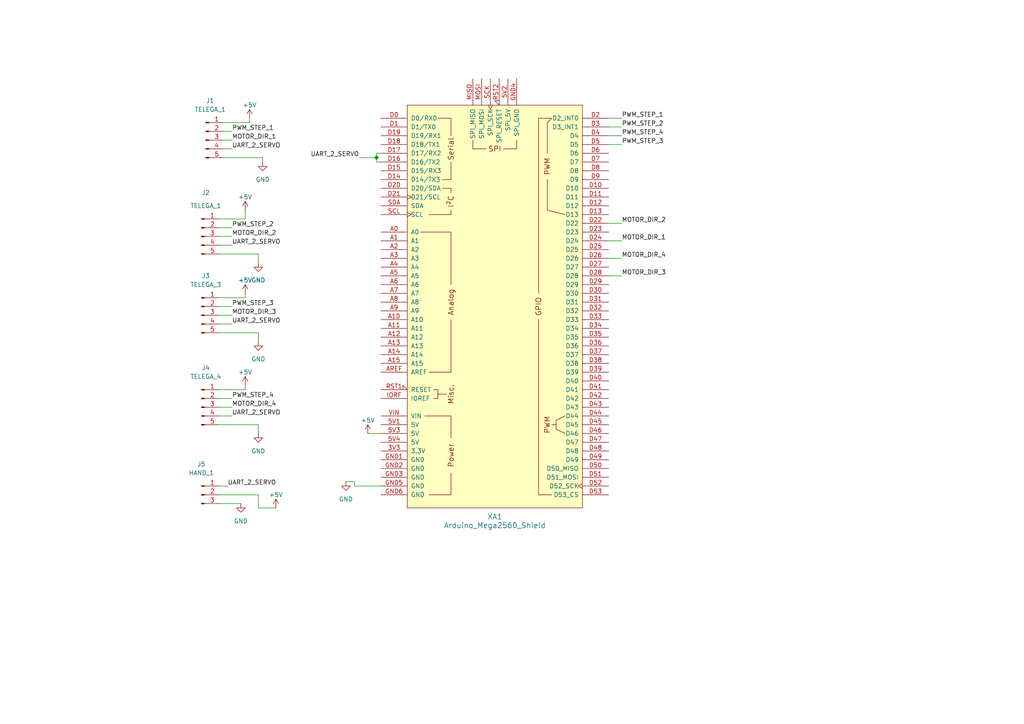
<source format=kicad_sch>
(kicad_sch (version 20230121) (generator eeschema)
  (paper "A4")
  (lib_symbols
    (symbol "Arduino:Arduino_Mega2560_Shield" (pin_names (offset 1.016))
      (property "Reference" "XA" (at 0 -62.23 0))
      (property "Value" "Arduino_Mega2560_Shield" (at 0 -66.04 0))
      (symbol "Arduino_Mega2560_Shield_0_0"
        (rectangle (start -25.4 -58.42) (end 25.4 58.42) (fill (type background)))
        (rectangle (start -20.32 -31.75) (end -12.7 -31.75))
        (rectangle (start -19.05 -54.61) (end -12.7 -54.61))
        (rectangle (start -19.05 -19.05) (end -12.7 -19.05))
        (rectangle (start -19.05 26.67) (end -12.7 26.67))
        (rectangle (start -17.78 -26.67) (end -16.51 -26.67))
        (rectangle (start -17.78 -24.13) (end -16.51 -24.13))
        (rectangle (start -16.51 -25.4) (end -13.97 -25.4))
        (rectangle (start -16.51 -24.13) (end -16.51 -26.67))
        (rectangle (start -16.51 54.61) (end -12.7 54.61))
        (rectangle (start -15.24 34.29) (end -12.7 34.29))
        (rectangle (start -15.24 36.83) (end -12.7 36.83))
        (rectangle (start -12.7 -54.61) (end -12.7 -48.26))
        (rectangle (start -12.7 -31.75) (end -12.7 -38.1))
        (rectangle (start -12.7 26.67) (end -12.7 27.94))
        (rectangle (start -12.7 34.29) (end -12.7 33.02))
        (rectangle (start -12.7 41.91) (end -12.7 36.83))
        (rectangle (start -12.7 49.53) (end -12.7 54.61))
        (rectangle (start -6.35 48.26) (end -6.35 45.72))
        (rectangle (start -2.54 45.72) (end -6.35 45.72))
        (polyline (pts (xy -21.59 21.59) (xy -12.7 21.59)))
        (polyline (pts (xy -12.7 -19.05) (xy -12.7 -3.81)))
        (polyline (pts (xy -12.7 6.35) (xy -12.7 21.59)))
        (polyline (pts (xy 12.7 -54.61) (xy 16.51 -54.61)))
        (polyline (pts (xy 12.7 54.61) (xy 16.51 54.61)))
        (polyline (pts (xy 17.78 -34.29) (xy 16.51 -34.29)))
        (polyline (pts (xy 15.24 36.83) (xy 15.24 27.94) (xy 20.32 26.67)))
        (polyline (pts (xy 15.24 44.45) (xy 15.24 53.34) (xy 16.51 54.61)))
        (polyline (pts (xy 20.32 -31.75) (xy 17.78 -33.02) (xy 17.78 -35.56) (xy 20.32 -36.83)))
        (rectangle (start 6.35 45.72) (end 2.54 45.72))
        (rectangle (start 6.35 48.26) (end 6.35 45.72))
        (text "Analog" (at -12.7 1.27 900) (effects (font (size 1.524 1.524))))
        (text "I²C" (at -12.7 30.48 900) (effects (font (size 1.524 1.524))))
        (text "Misc." (at -12.7 -25.4 900) (effects (font (size 1.524 1.524))))
        (text "Power" (at -12.7 -43.18 900) (effects (font (size 1.524 1.524))))
        (text "PWM" (at 15.24 -34.29 900) (effects (font (size 1.524 1.524))))
        (text "PWM" (at 15.24 40.64 900) (effects (font (size 1.524 1.524))))
        (text "Serial" (at -12.7 45.72 900) (effects (font (size 1.524 1.524))))
        (text "SPI" (at 0 45.72 0) (effects (font (size 1.524 1.524))))
      )
      (symbol "Arduino_Mega2560_Shield_1_0"
        (rectangle (start 12.7 -54.61) (end 12.7 -3.81))
        (rectangle (start 12.7 54.61) (end 12.7 3.81))
        (text "GPIO" (at 12.7 0 900) (effects (font (size 1.524 1.524))))
      )
      (symbol "Arduino_Mega2560_Shield_1_1"
        (pin power_out line (at -33.02 -41.91 0) (length 7.62) (name "3.3V") (number "3V3"))
        (pin power_in line (at -33.02 -34.29 0) (length 7.62) (name "5V") (number "5V1"))
        (pin power_in line (at 3.81 66.04 270) (length 7.62) (name "SPI_5V") (number "5V2"))
        (pin power_in line (at -33.02 -36.83 0) (length 7.62) (name "5V") (number "5V3"))
        (pin power_in line (at -33.02 -39.37 0) (length 7.62) (name "5V") (number "5V4"))
        (pin bidirectional line (at -33.02 21.59 0) (length 7.62) (name "A0") (number "A0"))
        (pin bidirectional line (at -33.02 19.05 0) (length 7.62) (name "A1") (number "A1"))
        (pin bidirectional line (at -33.02 -3.81 0) (length 7.62) (name "A10") (number "A10"))
        (pin bidirectional line (at -33.02 -6.35 0) (length 7.62) (name "A11") (number "A11"))
        (pin bidirectional line (at -33.02 -8.89 0) (length 7.62) (name "A12") (number "A12"))
        (pin bidirectional line (at -33.02 -11.43 0) (length 7.62) (name "A13") (number "A13"))
        (pin bidirectional line (at -33.02 -13.97 0) (length 7.62) (name "A14") (number "A14"))
        (pin bidirectional line (at -33.02 -16.51 0) (length 7.62) (name "A15") (number "A15"))
        (pin bidirectional line (at -33.02 16.51 0) (length 7.62) (name "A2") (number "A2"))
        (pin bidirectional line (at -33.02 13.97 0) (length 7.62) (name "A3") (number "A3"))
        (pin bidirectional line (at -33.02 11.43 0) (length 7.62) (name "A4") (number "A4"))
        (pin bidirectional line (at -33.02 8.89 0) (length 7.62) (name "A5") (number "A5"))
        (pin bidirectional line (at -33.02 6.35 0) (length 7.62) (name "A6") (number "A6"))
        (pin bidirectional line (at -33.02 3.81 0) (length 7.62) (name "A7") (number "A7"))
        (pin bidirectional line (at -33.02 1.27 0) (length 7.62) (name "A8") (number "A8"))
        (pin bidirectional line (at -33.02 -1.27 0) (length 7.62) (name "A9") (number "A9"))
        (pin input line (at -33.02 -19.05 0) (length 7.62) (name "AREF") (number "AREF"))
        (pin bidirectional line (at -33.02 54.61 0) (length 7.62) (name "D0/RX0") (number "D0"))
        (pin bidirectional line (at -33.02 52.07 0) (length 7.62) (name "D1/TX0") (number "D1"))
        (pin bidirectional line (at 33.02 34.29 180) (length 7.62) (name "D10") (number "D10"))
        (pin bidirectional line (at 33.02 31.75 180) (length 7.62) (name "D11") (number "D11"))
        (pin bidirectional line (at 33.02 29.21 180) (length 7.62) (name "D12") (number "D12"))
        (pin bidirectional line (at 33.02 26.67 180) (length 7.62) (name "D13") (number "D13"))
        (pin bidirectional line (at -33.02 36.83 0) (length 7.62) (name "D14/TX3") (number "D14"))
        (pin bidirectional line (at -33.02 39.37 0) (length 7.62) (name "D15/RX3") (number "D15"))
        (pin bidirectional line (at -33.02 41.91 0) (length 7.62) (name "D16/TX2") (number "D16"))
        (pin bidirectional line (at -33.02 44.45 0) (length 7.62) (name "D17/RX2") (number "D17"))
        (pin bidirectional line (at -33.02 46.99 0) (length 7.62) (name "D18/TX1") (number "D18"))
        (pin bidirectional line (at -33.02 49.53 0) (length 7.62) (name "D19/RX1") (number "D19"))
        (pin bidirectional line (at 33.02 54.61 180) (length 7.62) (name "D2_INT0") (number "D2"))
        (pin bidirectional line (at -33.02 34.29 0) (length 7.62) (name "D20/SDA") (number "D20"))
        (pin bidirectional clock (at -33.02 31.75 0) (length 7.62) (name "D21/SCL") (number "D21"))
        (pin bidirectional line (at 33.02 24.13 180) (length 7.62) (name "D22") (number "D22"))
        (pin bidirectional line (at 33.02 21.59 180) (length 7.62) (name "D23") (number "D23"))
        (pin bidirectional line (at 33.02 19.05 180) (length 7.62) (name "D24") (number "D24"))
        (pin bidirectional line (at 33.02 16.51 180) (length 7.62) (name "D25") (number "D25"))
        (pin bidirectional line (at 33.02 13.97 180) (length 7.62) (name "D26") (number "D26"))
        (pin bidirectional line (at 33.02 11.43 180) (length 7.62) (name "D27") (number "D27"))
        (pin bidirectional line (at 33.02 8.89 180) (length 7.62) (name "D28") (number "D28"))
        (pin bidirectional line (at 33.02 6.35 180) (length 7.62) (name "D29") (number "D29"))
        (pin bidirectional line (at 33.02 52.07 180) (length 7.62) (name "D3_INT1") (number "D3"))
        (pin bidirectional line (at 33.02 3.81 180) (length 7.62) (name "D30") (number "D30"))
        (pin bidirectional line (at 33.02 1.27 180) (length 7.62) (name "D31") (number "D31"))
        (pin bidirectional line (at 33.02 -1.27 180) (length 7.62) (name "D32") (number "D32"))
        (pin bidirectional line (at 33.02 -3.81 180) (length 7.62) (name "D33") (number "D33"))
        (pin bidirectional line (at 33.02 -6.35 180) (length 7.62) (name "D34") (number "D34"))
        (pin bidirectional line (at 33.02 -8.89 180) (length 7.62) (name "D35") (number "D35"))
        (pin bidirectional line (at 33.02 -11.43 180) (length 7.62) (name "D36") (number "D36"))
        (pin bidirectional line (at 33.02 -13.97 180) (length 7.62) (name "D37") (number "D37"))
        (pin bidirectional line (at 33.02 -16.51 180) (length 7.62) (name "D38") (number "D38"))
        (pin bidirectional line (at 33.02 -19.05 180) (length 7.62) (name "D39") (number "D39"))
        (pin bidirectional line (at 33.02 49.53 180) (length 7.62) (name "D4") (number "D4"))
        (pin bidirectional line (at 33.02 -21.59 180) (length 7.62) (name "D40") (number "D40"))
        (pin bidirectional line (at 33.02 -24.13 180) (length 7.62) (name "D41") (number "D41"))
        (pin bidirectional line (at 33.02 -26.67 180) (length 7.62) (name "D42") (number "D42"))
        (pin bidirectional line (at 33.02 -29.21 180) (length 7.62) (name "D43") (number "D43"))
        (pin bidirectional line (at 33.02 -31.75 180) (length 7.62) (name "D44") (number "D44"))
        (pin bidirectional line (at 33.02 -34.29 180) (length 7.62) (name "D45") (number "D45"))
        (pin bidirectional line (at 33.02 -36.83 180) (length 7.62) (name "D46") (number "D46"))
        (pin bidirectional line (at 33.02 -39.37 180) (length 7.62) (name "D47") (number "D47"))
        (pin bidirectional line (at 33.02 -41.91 180) (length 7.62) (name "D48") (number "D48"))
        (pin bidirectional line (at 33.02 -44.45 180) (length 7.62) (name "D49") (number "D49"))
        (pin bidirectional line (at 33.02 46.99 180) (length 7.62) (name "D5") (number "D5"))
        (pin bidirectional line (at 33.02 -46.99 180) (length 7.62) (name "D50_MISO") (number "D50"))
        (pin bidirectional line (at 33.02 -49.53 180) (length 7.62) (name "D51_MOSI") (number "D51"))
        (pin bidirectional clock (at 33.02 -52.07 180) (length 7.62) (name "D52_SCK") (number "D52"))
        (pin bidirectional line (at 33.02 -54.61 180) (length 7.62) (name "D53_CS") (number "D53"))
        (pin bidirectional line (at 33.02 44.45 180) (length 7.62) (name "D6") (number "D6"))
        (pin bidirectional line (at 33.02 41.91 180) (length 7.62) (name "D7") (number "D7"))
        (pin bidirectional line (at 33.02 39.37 180) (length 7.62) (name "D8") (number "D8"))
        (pin bidirectional line (at 33.02 36.83 180) (length 7.62) (name "D9") (number "D9"))
        (pin power_in line (at -33.02 -44.45 0) (length 7.62) (name "GND") (number "GND1"))
        (pin power_in line (at -33.02 -46.99 0) (length 7.62) (name "GND") (number "GND2"))
        (pin power_in line (at -33.02 -49.53 0) (length 7.62) (name "GND") (number "GND3"))
        (pin power_in line (at 6.35 66.04 270) (length 7.62) (name "SPI_GND") (number "GND4"))
        (pin power_in line (at -33.02 -52.07 0) (length 7.62) (name "GND") (number "GND5"))
        (pin power_in line (at -33.02 -54.61 0) (length 7.62) (name "GND") (number "GND6"))
        (pin output line (at -33.02 -26.67 0) (length 7.62) (name "IOREF") (number "IORF"))
        (pin input line (at -6.35 66.04 270) (length 7.62) (name "SPI_MISO") (number "MISO"))
        (pin output line (at -3.81 66.04 270) (length 7.62) (name "SPI_MOSI") (number "MOSI"))
        (pin open_collector input_low (at -33.02 -24.13 0) (length 7.62) (name "RESET") (number "RST1"))
        (pin open_collector input_low (at 1.27 66.04 270) (length 7.62) (name "SPI_RESET") (number "RST2"))
        (pin output clock (at -1.27 66.04 270) (length 7.62) (name "SPI_SCK") (number "SCK"))
        (pin bidirectional clock (at -33.02 26.67 0) (length 7.62) (name "SCL") (number "SCL"))
        (pin bidirectional line (at -33.02 29.21 0) (length 7.62) (name "SDA") (number "SDA"))
        (pin power_in line (at -33.02 -31.75 0) (length 7.62) (name "VIN") (number "VIN"))
      )
    )
    (symbol "Connector:Conn_01x03_Pin" (pin_names (offset 1.016) hide)
      (property "Reference" "J" (at 0 5.08 0))
      (property "Value" "Conn_01x03_Pin" (at 0 -5.08 0))
      (symbol "Conn_01x03_Pin_1_1"
        (polyline (pts (xy 1.27 -2.54) (xy 0.8636 -2.54)) (stroke (width 0.1524)))
        (polyline (pts (xy 1.27 0) (xy 0.8636 0)) (stroke (width 0.1524)))
        (polyline (pts (xy 1.27 2.54) (xy 0.8636 2.54)) (stroke (width 0.1524)))
        (rectangle (start 0.8636 -2.413) (end 0 -2.667) (stroke (width 0.1524)) (fill (type outline)))
        (rectangle (start 0.8636 0.127) (end 0 -0.127) (stroke (width 0.1524)) (fill (type outline)))
        (rectangle (start 0.8636 2.667) (end 0 2.413) (stroke (width 0.1524)) (fill (type outline)))
        (pin passive line (at 5.08 2.54 180) (length 3.81) (name "Pin_1") (number "1"))
        (pin passive line (at 5.08 0 180) (length 3.81) (name "Pin_2") (number "2"))
        (pin passive line (at 5.08 -2.54 180) (length 3.81) (name "Pin_3") (number "3"))
      )
    )
    (symbol "Connector:Conn_01x05_Pin" (pin_names (offset 1.016) hide)
      (property "Reference" "J" (at 0 7.62 0))
      (property "Value" "Conn_01x05_Pin" (at 0 -7.62 0))
      (symbol "Conn_01x05_Pin_1_1"
        (polyline (pts (xy 1.27 -5.08) (xy 0.8636 -5.08)) (stroke (width 0.1524)))
        (polyline (pts (xy 1.27 -2.54) (xy 0.8636 -2.54)) (stroke (width 0.1524)))
        (polyline (pts (xy 1.27 0) (xy 0.8636 0)) (stroke (width 0.1524)))
        (polyline (pts (xy 1.27 2.54) (xy 0.8636 2.54)) (stroke (width 0.1524)))
        (polyline (pts (xy 1.27 5.08) (xy 0.8636 5.08)) (stroke (width 0.1524)))
        (rectangle (start 0.8636 -4.953) (end 0 -5.207) (stroke (width 0.1524)) (fill (type outline)))
        (rectangle (start 0.8636 -2.413) (end 0 -2.667) (stroke (width 0.1524)) (fill (type outline)))
        (rectangle (start 0.8636 0.127) (end 0 -0.127) (stroke (width 0.1524)) (fill (type outline)))
        (rectangle (start 0.8636 2.667) (end 0 2.413) (stroke (width 0.1524)) (fill (type outline)))
        (rectangle (start 0.8636 5.207) (end 0 4.953) (stroke (width 0.1524)) (fill (type outline)))
        (pin passive line (at 5.08 5.08 180) (length 3.81) (name "Pin_1") (number "1"))
        (pin passive line (at 5.08 2.54 180) (length 3.81) (name "Pin_2") (number "2"))
        (pin passive line (at 5.08 0 180) (length 3.81) (name "Pin_3") (number "3"))
        (pin passive line (at 5.08 -2.54 180) (length 3.81) (name "Pin_4") (number "4"))
        (pin passive line (at 5.08 -5.08 180) (length 3.81) (name "Pin_5") (number "5"))
      )
    )
    (symbol "power:+5V" (power) (pin_names (offset 0))
      (property "Value" "+5V" (at 0 3.556 0))
      (symbol "+5V_0_1"
        (polyline (pts (xy -0.762 1.27) (xy 0 2.54)))
        (polyline (pts (xy 0 0) (xy 0 2.54)))
        (polyline (pts (xy 0 2.54) (xy 0.762 1.27)))
      )
      (symbol "+5V_1_1"
        (pin power_in line (at 0 0 90) (length 0) hide (name "+5V") (number "1"))
      )
    )
    (symbol "power:GND" (power) (pin_names (offset 0))
      (property "Value" "GND" (at 0 -3.81 0))
      (symbol "GND_0_1"
        (polyline (pts (xy 0 0) (xy 0 -1.27) (xy 1.27 -1.27) (xy 0 -2.54) (xy -1.27 -1.27) (xy 0 -1.27)))
      )
      (symbol "GND_1_1"
        (pin power_in line (at 0 0 270) (length 0) hide (name "GND") (number "1"))
      )
    )
  )
  (junction (at 109.22 45.72))
  (wire (pts (xy 64.77 35.56) (xy 72.39 35.56)))
  (wire (pts (xy 63.5 120.65) (xy 67.31 120.65)))
  (wire (pts (xy 102.87 139.7) (xy 100.33 139.7)))
  (wire (pts (xy 63.5 71.12) (xy 67.31 71.12)))
  (wire (pts (xy 176.53 64.77) (xy 180.34 64.77)))
  (wire (pts (xy 74.93 143.51) (xy 63.5 143.51)))
  (wire (pts (xy 63.5 91.44) (xy 67.31 91.44)))
  (wire (pts (xy 176.53 69.85) (xy 180.34 69.85)))
  (wire (pts (xy 74.93 96.52) (xy 74.93 99.06)))
  (wire (pts (xy 63.5 86.36) (xy 71.12 86.36)))
  (wire (pts (xy 176.53 36.83) (xy 180.34 36.83)))
  (wire (pts (xy 74.93 123.19) (xy 74.93 125.73)))
  (wire (pts (xy 63.5 146.05) (xy 69.85 146.05)))
  (wire (pts (xy 176.53 34.29) (xy 180.34 34.29)))
  (wire (pts (xy 106.68 125.73) (xy 110.49 125.73)))
  (wire (pts (xy 63.5 63.5) (xy 71.12 63.5)))
  (wire (pts (xy 110.49 44.45) (xy 109.22 44.45)))
  (wire (pts (xy 64.77 43.18) (xy 67.31 43.18)))
  (wire (pts (xy 176.53 80.01) (xy 180.34 80.01)))
  (wire (pts (xy 63.5 88.9) (xy 67.31 88.9)))
  (wire (pts (xy 71.12 86.36) (xy 71.12 85.09)))
  (wire (pts (xy 102.87 140.97) (xy 102.87 139.7)))
  (wire (pts (xy 76.2 45.72) (xy 76.2 46.99)))
  (wire (pts (xy 63.5 115.57) (xy 67.31 115.57)))
  (wire (pts (xy 64.77 45.72) (xy 76.2 45.72)))
  (wire (pts (xy 63.5 93.98) (xy 67.31 93.98)))
  (wire (pts (xy 64.77 38.1) (xy 67.31 38.1)))
  (wire (pts (xy 176.53 74.93) (xy 180.34 74.93)))
  (wire (pts (xy 176.53 41.91) (xy 180.34 41.91)))
  (wire (pts (xy 74.93 147.32) (xy 80.01 147.32)))
  (wire (pts (xy 110.49 46.99) (xy 109.22 46.99)))
  (wire (pts (xy 71.12 113.03) (xy 71.12 111.76)))
  (wire (pts (xy 63.5 123.19) (xy 74.93 123.19)))
  (wire (pts (xy 109.22 44.45) (xy 109.22 45.72)))
  (wire (pts (xy 63.5 96.52) (xy 74.93 96.52)))
  (wire (pts (xy 63.5 113.03) (xy 71.12 113.03)))
  (wire (pts (xy 63.5 118.11) (xy 67.31 118.11)))
  (wire (pts (xy 72.39 35.56) (xy 72.39 34.29)))
  (wire (pts (xy 110.49 140.97) (xy 102.87 140.97)))
  (wire (pts (xy 64.77 40.64) (xy 67.31 40.64)))
  (wire (pts (xy 63.5 73.66) (xy 74.93 73.66)))
  (wire (pts (xy 71.12 63.5) (xy 71.12 60.96)))
  (wire (pts (xy 74.93 147.32) (xy 74.93 143.51)))
  (wire (pts (xy 74.93 73.66) (xy 74.93 76.2)))
  (wire (pts (xy 104.14 45.72) (xy 109.22 45.72)))
  (wire (pts (xy 109.22 46.99) (xy 109.22 45.72)))
  (wire (pts (xy 176.53 39.37) (xy 180.34 39.37)))
  (wire (pts (xy 63.5 66.04) (xy 67.31 66.04)))
  (wire (pts (xy 63.5 140.97) (xy 66.04 140.97)))
  (wire (pts (xy 63.5 68.58) (xy 67.31 68.58)))
  (label "PWM_STEP_2" (at 180.34 36.83 0))
  (label "MOTOR_DIR_3" (at 180.34 80.01 0))
  (label "MOTOR_DIR_4" (at 180.34 74.93 0))
  (label "UART_2_SERVO" (at 66.04 140.97 0))
  (label "MOTOR_DIR_4" (at 67.31 118.11 0))
  (label "PWM_STEP_1" (at 180.34 34.29 0))
  (label "PWM_STEP_3" (at 67.31 88.9 0))
  (label "UART_2_SERVO" (at 67.31 93.98 0))
  (label "UART_2_SERVO" (at 67.31 71.12 0))
  (label "MOTOR_DIR_1" (at 180.34 69.85 0))
  (label "PWM_STEP_2" (at 67.31 66.04 0))
  (label "MOTOR_DIR_2" (at 180.34 64.77 0))
  (label "PWM_STEP_4" (at 180.34 39.37 0))
  (label "MOTOR_DIR_2" (at 67.31 68.58 0))
  (label "MOTOR_DIR_1" (at 67.31 40.64 0))
  (label "UART_2_SERVO" (at 104.14 45.72 180))
  (label "UART_2_SERVO" (at 67.31 43.18 0))
  (label "MOTOR_DIR_3" (at 67.31 91.44 0))
  (label "PWM_STEP_4" (at 67.31 115.57 0))
  (label "PWM_STEP_1" (at 67.31 38.1 0))
  (label "UART_2_SERVO" (at 67.31 120.65 0))
  (label "PWM_STEP_3" (at 180.34 41.91 0))
  (symbol (lib_id "power:GND") (at 76.2 46.99 0) (unit 1)
    (property "Reference" "#PWR01" (effects hide))
    (property "Value" "GND" (at 76.2 52.07 0))
  )
  (symbol (lib_id "power:+5V") (at 80.01 147.32 0) (unit 1)
    (property "Reference" "#PWR012" (effects hide))
    (property "Value" "+5V" (at 80.01 143.51 0))
  )
  (symbol (lib_id "Connector:Conn_01x03_Pin") (at 58.42 143.51 0) (unit 1)
    (property "Reference" "J5" (at 58.42 134.62 0))
    (property "Value" "HAND_1" (at 58.42 137.16 0))
    (property "Footprint" "Connector_PinSocket_2.54mm:PinSocket_1x03_P2.54mm_Vertical" (effects hide))
  )
  (symbol (lib_id "power:+5V") (at 71.12 111.76 0) (unit 1)
    (property "Reference" "#PWR05" (effects hide))
    (property "Value" "+5V" (at 71.12 107.95 0))
  )
  (symbol (lib_id "power:+5V") (at 72.39 34.29 0) (unit 1)
    (property "Reference" "#PWR08" (effects hide))
    (property "Value" "+5V" (at 72.39 30.48 0))
  )
  (symbol (lib_id "power:GND") (at 100.33 139.7 0) (unit 1)
    (property "Reference" "#PWR010" (effects hide))
    (property "Value" "GND" (at 100.33 144.78 0))
  )
  (symbol (lib_id "power:+5V") (at 71.12 60.96 0) (unit 1)
    (property "Reference" "#PWR07" (effects hide))
    (property "Value" "+5V" (at 71.12 57.15 0))
  )
  (symbol (lib_id "Connector:Conn_01x05_Pin") (at 58.42 118.11 0) (unit 1)
    (property "Reference" "J4" (at 59.69 106.68 0))
    (property "Value" "TELEGA_4" (at 59.69 109.22 0))
    (property "Footprint" "Connector_PinSocket_2.54mm:PinSocket_1x05_P2.54mm_Vertical" (effects hide))
  )
  (symbol (lib_id "Connector:Conn_01x05_Pin") (at 59.69 40.64 0) (unit 1)
    (property "Reference" "J1" (at 60.96 29.21 0))
    (property "Value" "TELEGA_1" (at 60.96 31.75 0))
    (property "Footprint" "Connector_PinSocket_2.54mm:PinSocket_1x05_P2.54mm_Vertical" (effects hide))
  )
  (symbol (lib_id "power:+5V") (at 71.12 85.09 0) (unit 1)
    (property "Reference" "#PWR06" (effects hide))
    (property "Value" "+5V" (at 71.12 81.28 0))
  )
  (symbol (lib_id "power:GND") (at 69.85 146.05 0) (unit 1)
    (property "Reference" "#PWR011" (effects hide))
    (property "Value" "GND" (at 69.85 151.13 0))
  )
  (symbol (lib_id "Connector:Conn_01x05_Pin") (at 58.42 68.58 0) (unit 1)
    (property "Reference" "J2" (at 59.69 55.88 0))
    (property "Value" "TELEGA_1" (at 59.69 59.69 0))
    (property "Footprint" "Connector_PinSocket_2.54mm:PinSocket_1x05_P2.54mm_Vertical" (effects hide))
  )
  (symbol (lib_id "power:GND") (at 74.93 99.06 0) (unit 1)
    (property "Reference" "#PWR03" (effects hide))
    (property "Value" "GND" (at 74.93 104.14 0))
  )
  (symbol (lib_id "power:+5V") (at 106.68 125.73 0) (unit 1)
    (property "Reference" "#PWR09" (effects hide))
    (property "Value" "+5V" (at 106.68 121.92 0))
  )
  (symbol (lib_id "Arduino:Arduino_Mega2560_Shield") (at 143.51 88.9 0) (unit 1)
    (property "Reference" "XA1" (at 143.51 149.86 0) (effects (font (size 1.524 1.524))))
    (property "Value" "Arduino_Mega2560_Shield" (at 143.51 152.4 0) (effects (font (size 1.524 1.524))))
    (property "Footprint" "Arduino:Arduino_Mega2560_Shield" (effects hide))
    (property "Datasheet" "https://docs.arduino.cc/hardware/mega-2560" (effects hide))
  )
  (symbol (lib_id "Connector:Conn_01x05_Pin") (at 58.42 91.44 0) (unit 1)
    (property "Reference" "J3" (at 59.69 80.01 0))
    (property "Value" "TELEGA_3" (at 59.69 82.55 0))
    (property "Footprint" "Connector_PinSocket_2.54mm:PinSocket_1x05_P2.54mm_Vertical" (effects hide))
  )
  (symbol (lib_id "power:GND") (at 74.93 125.73 0) (unit 1)
    (property "Reference" "#PWR04" (effects hide))
    (property "Value" "GND" (at 74.93 130.81 0))
  )
  (symbol (lib_id "power:GND") (at 74.93 76.2 0) (unit 1)
    (property "Reference" "#PWR02" (effects hide))
    (property "Value" "GND" (at 74.93 81.28 0))
  )
  (sheet (at 515.874 61.468) (size 357.124 264.922) (stroke (width 0.1524))
    (property "Sheetname" "if_Beside" (at 515.874 60.7564 0) (effects (justify left bottom)))
    (property "Sheetfile" "if_beside.kicad_sch" (at 515.874 326.9746 0) (effects (justify left top)))
  )
  (sheet (at 1087.12 59.69) (size 593.09 420.37) (stroke (width 0.1524))
    (property "Sheetname" "if_UP" (at 1087.12 58.9784 0) (effects (justify left bottom)))
    (property "Sheetfile" "rtc2023.kicad_sch" (at 1087.12 480.6446 0) (show_name) (effects (justify left top)))
  )
)
</source>
